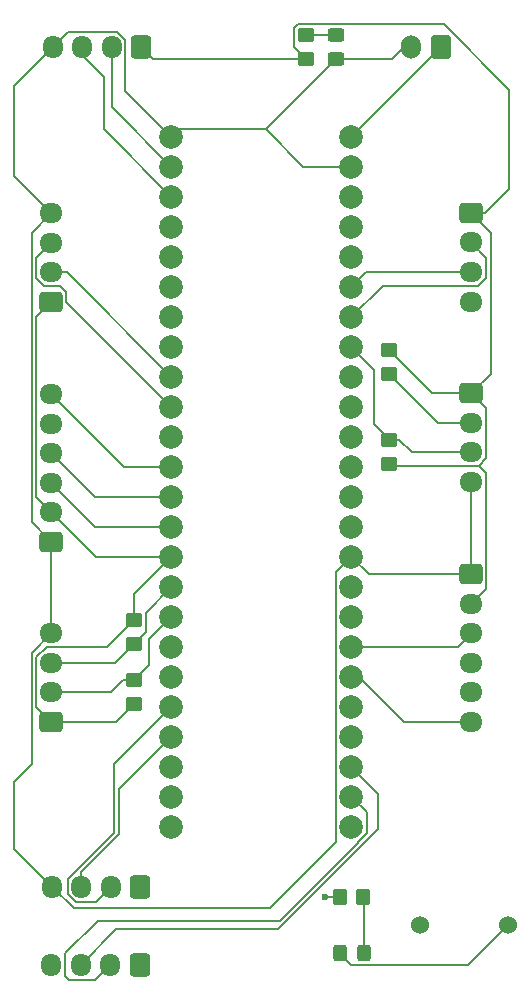
<source format=gbr>
%TF.GenerationSoftware,KiCad,Pcbnew,8.0.3*%
%TF.CreationDate,2024-09-30T00:23:01-04:00*%
%TF.ProjectId,mcu-board,6d63752d-626f-4617-9264-2e6b69636164,rev?*%
%TF.SameCoordinates,Original*%
%TF.FileFunction,Copper,L1,Top*%
%TF.FilePolarity,Positive*%
%FSLAX46Y46*%
G04 Gerber Fmt 4.6, Leading zero omitted, Abs format (unit mm)*
G04 Created by KiCad (PCBNEW 8.0.3) date 2024-09-30 00:23:01*
%MOMM*%
%LPD*%
G01*
G04 APERTURE LIST*
G04 Aperture macros list*
%AMRoundRect*
0 Rectangle with rounded corners*
0 $1 Rounding radius*
0 $2 $3 $4 $5 $6 $7 $8 $9 X,Y pos of 4 corners*
0 Add a 4 corners polygon primitive as box body*
4,1,4,$2,$3,$4,$5,$6,$7,$8,$9,$2,$3,0*
0 Add four circle primitives for the rounded corners*
1,1,$1+$1,$2,$3*
1,1,$1+$1,$4,$5*
1,1,$1+$1,$6,$7*
1,1,$1+$1,$8,$9*
0 Add four rect primitives between the rounded corners*
20,1,$1+$1,$2,$3,$4,$5,0*
20,1,$1+$1,$4,$5,$6,$7,0*
20,1,$1+$1,$6,$7,$8,$9,0*
20,1,$1+$1,$8,$9,$2,$3,0*%
G04 Aperture macros list end*
%TA.AperFunction,SMDPad,CuDef*%
%ADD10RoundRect,0.250000X0.350000X0.450000X-0.350000X0.450000X-0.350000X-0.450000X0.350000X-0.450000X0*%
%TD*%
%TA.AperFunction,SMDPad,CuDef*%
%ADD11RoundRect,0.250000X-0.325000X-0.450000X0.325000X-0.450000X0.325000X0.450000X-0.325000X0.450000X0*%
%TD*%
%TA.AperFunction,ComponentPad*%
%ADD12C,1.524000*%
%TD*%
%TA.AperFunction,ComponentPad*%
%ADD13RoundRect,0.250000X-0.725000X0.600000X-0.725000X-0.600000X0.725000X-0.600000X0.725000X0.600000X0*%
%TD*%
%TA.AperFunction,ComponentPad*%
%ADD14O,1.950000X1.700000*%
%TD*%
%TA.AperFunction,SMDPad,CuDef*%
%ADD15RoundRect,0.250000X-0.450000X0.350000X-0.450000X-0.350000X0.450000X-0.350000X0.450000X0.350000X0*%
%TD*%
%TA.AperFunction,ComponentPad*%
%ADD16RoundRect,0.250000X0.600000X0.725000X-0.600000X0.725000X-0.600000X-0.725000X0.600000X-0.725000X0*%
%TD*%
%TA.AperFunction,ComponentPad*%
%ADD17O,1.700000X1.950000*%
%TD*%
%TA.AperFunction,ComponentPad*%
%ADD18RoundRect,0.250000X0.600000X0.750000X-0.600000X0.750000X-0.600000X-0.750000X0.600000X-0.750000X0*%
%TD*%
%TA.AperFunction,ComponentPad*%
%ADD19O,1.700000X2.000000*%
%TD*%
%TA.AperFunction,ComponentPad*%
%ADD20RoundRect,0.250000X0.725000X-0.600000X0.725000X0.600000X-0.725000X0.600000X-0.725000X-0.600000X0*%
%TD*%
%TA.AperFunction,SMDPad,CuDef*%
%ADD21RoundRect,0.250000X0.450000X-0.350000X0.450000X0.350000X-0.450000X0.350000X-0.450000X-0.350000X0*%
%TD*%
%TA.AperFunction,ComponentPad*%
%ADD22C,2.000000*%
%TD*%
%TA.AperFunction,SMDPad,CuDef*%
%ADD23RoundRect,0.250000X0.450000X-0.325000X0.450000X0.325000X-0.450000X0.325000X-0.450000X-0.325000X0*%
%TD*%
%TA.AperFunction,ViaPad*%
%ADD24C,0.600000*%
%TD*%
%TA.AperFunction,Conductor*%
%ADD25C,0.200000*%
%TD*%
G04 APERTURE END LIST*
D10*
%TO.P,R6,1*%
%TO.N,Net-(D2-A)*%
X173750000Y-106250000D03*
%TO.P,R6,2*%
%TO.N,Net-(R6-Pad2)*%
X171750000Y-106250000D03*
%TD*%
D11*
%TO.P,D2,1,K*%
%TO.N,GND*%
X171725000Y-111000000D03*
%TO.P,D2,2,A*%
%TO.N,Net-(D2-A)*%
X173775000Y-111000000D03*
%TD*%
D12*
%TO.P,BZ1,1,+*%
%TO.N,Net-(BZ1-+)*%
X178500000Y-108600000D03*
%TO.P,BZ1,2,-*%
%TO.N,GND*%
X186000000Y-108600000D03*
%TD*%
D13*
%TO.P,J8,1,Pin_1*%
%TO.N,GND*%
X182880000Y-78940000D03*
D14*
%TO.P,J8,2,Pin_2*%
%TO.N,+3.3V*%
X182880000Y-81440000D03*
%TO.P,J8,3,Pin_3*%
%TO.N,/MISO1*%
X182880000Y-83940000D03*
%TO.P,J8,4,Pin_4*%
%TO.N,/MOSI1*%
X182880000Y-86440000D03*
%TO.P,J8,5,Pin_5*%
%TO.N,/SCK1*%
X182880000Y-88940000D03*
%TO.P,J8,6,Pin_6*%
%TO.N,/CS1*%
X182880000Y-91440000D03*
%TD*%
D15*
%TO.P,R4,1*%
%TO.N,+3.3V*%
X154305000Y-82820000D03*
%TO.P,R4,2*%
%TO.N,/SCL2*%
X154305000Y-84820000D03*
%TD*%
D13*
%TO.P,J5,1,Pin_1*%
%TO.N,+3.3V*%
X182880000Y-48340000D03*
D14*
%TO.P,J5,2,Pin_2*%
%TO.N,/RX5*%
X182880000Y-50840000D03*
%TO.P,J5,3,Pin_3*%
%TO.N,/TX5*%
X182880000Y-53340000D03*
%TO.P,J5,4,Pin_4*%
%TO.N,GND*%
X182880000Y-55840000D03*
%TD*%
D16*
%TO.P,J3,1,Pin_1*%
%TO.N,+3.3V*%
X154940000Y-34290000D03*
D17*
%TO.P,J3,2,Pin_2*%
%TO.N,/RX1*%
X152440000Y-34290000D03*
%TO.P,J3,3,Pin_3*%
%TO.N,/TX1*%
X149940000Y-34290000D03*
%TO.P,J3,4,Pin_4*%
%TO.N,GND*%
X147440000Y-34290000D03*
%TD*%
D18*
%TO.P,J9,1,Pin_1*%
%TO.N,Net-(J9-Pin_1)*%
X180300000Y-34290000D03*
D19*
%TO.P,J9,2,Pin_2*%
%TO.N,GND*%
X177800000Y-34290000D03*
%TD*%
D13*
%TO.P,J1,1,Pin_1*%
%TO.N,+3.3V*%
X182880000Y-63620000D03*
D14*
%TO.P,J1,2,Pin_2*%
%TO.N,/SDA0*%
X182880000Y-66120000D03*
%TO.P,J1,3,Pin_3*%
%TO.N,/SCL0*%
X182880000Y-68620000D03*
%TO.P,J1,4,Pin_4*%
%TO.N,GND*%
X182880000Y-71120000D03*
%TD*%
D20*
%TO.P,J2,1,Pin_1*%
%TO.N,+3.3V*%
X147320000Y-91440000D03*
D14*
%TO.P,J2,2,Pin_2*%
%TO.N,/SDA2*%
X147320000Y-88940000D03*
%TO.P,J2,3,Pin_3*%
%TO.N,/SCL2*%
X147320000Y-86440000D03*
%TO.P,J2,4,Pin_4*%
%TO.N,GND*%
X147320000Y-83940000D03*
%TD*%
D21*
%TO.P,R5,1*%
%TO.N,+3.3V*%
X168910000Y-35290000D03*
%TO.P,R5,2*%
%TO.N,Net-(D1-A)*%
X168910000Y-33290000D03*
%TD*%
D15*
%TO.P,R3,1*%
%TO.N,/SDA2*%
X154305000Y-87900000D03*
%TO.P,R3,2*%
%TO.N,+3.3V*%
X154305000Y-89900000D03*
%TD*%
D16*
%TO.P,J7,1,Pin_1*%
%TO.N,+3.3V*%
X154800000Y-112000000D03*
D17*
%TO.P,J7,2,Pin_2*%
%TO.N,/RX8*%
X152300000Y-112000000D03*
%TO.P,J7,3,Pin_3*%
%TO.N,/TX8*%
X149800000Y-112000000D03*
%TO.P,J7,4,Pin_4*%
%TO.N,GND*%
X147300000Y-112000000D03*
%TD*%
D21*
%TO.P,R1,1*%
%TO.N,/SDA0*%
X175895000Y-61960000D03*
%TO.P,R1,2*%
%TO.N,+3.3V*%
X175895000Y-59960000D03*
%TD*%
%TO.P,R2,1*%
%TO.N,+3.3V*%
X175895000Y-69580000D03*
%TO.P,R2,2*%
%TO.N,/SCL0*%
X175895000Y-67580000D03*
%TD*%
D16*
%TO.P,J6,1,Pin_1*%
%TO.N,+3.3V*%
X154860000Y-105400000D03*
D17*
%TO.P,J6,2,Pin_2*%
%TO.N,/RX7*%
X152360000Y-105400000D03*
%TO.P,J6,3,Pin_3*%
%TO.N,/TX7*%
X149860000Y-105400000D03*
%TO.P,J6,4,Pin_4*%
%TO.N,GND*%
X147360000Y-105400000D03*
%TD*%
D20*
%TO.P,J10,1,Pin_1*%
%TO.N,GND*%
X147320000Y-76200000D03*
D14*
%TO.P,J10,2,Pin_2*%
%TO.N,+3.3V*%
X147320000Y-73700000D03*
%TO.P,J10,3,Pin_3*%
%TO.N,/MISO0*%
X147320000Y-71200000D03*
%TO.P,J10,4,Pin_4*%
%TO.N,/MOSI0*%
X147320000Y-68700000D03*
%TO.P,J10,5,Pin_5*%
%TO.N,/SCK0*%
X147320000Y-66200000D03*
%TO.P,J10,6,Pin_6*%
%TO.N,/CS0*%
X147320000Y-63700000D03*
%TD*%
D22*
%TO.P,Teensy4.2,0,GND*%
%TO.N,GND*%
X157480000Y-41910000D03*
%TO.P,Teensy4.2,1,RX1*%
%TO.N,/RX1*%
X157480000Y-44450000D03*
%TO.P,Teensy4.2,2,TX1*%
%TO.N,/TX1*%
X157480000Y-46990000D03*
%TO.P,Teensy4.2,3,PWM*%
%TO.N,unconnected-(Teensy4.2-PWM-Pad3)*%
X157480000Y-49530000D03*
%TO.P,Teensy4.2,4,PWM*%
%TO.N,unconnected-(Teensy4.2-PWM-Pad4)*%
X157480000Y-52070000D03*
%TO.P,Teensy4.2,5,PWM*%
%TO.N,unconnected-(Teensy4.2-PWM-Pad5)*%
X157480000Y-54610000D03*
%TO.P,Teensy4.2,6,PWM*%
%TO.N,unconnected-(Teensy4.2-PWM-Pad6)*%
X157480000Y-57150000D03*
%TO.P,Teensy4.2,7,PWM*%
%TO.N,unconnected-(Teensy4.2-PWM-Pad7)*%
X157480000Y-59690000D03*
%TO.P,Teensy4.2,8,RX2*%
%TO.N,/RX2*%
X157480000Y-62230000D03*
%TO.P,Teensy4.2,9,TX2*%
%TO.N,/TX2*%
X157480000Y-64770000D03*
%TO.P,Teensy4.2,10,PWM*%
%TO.N,unconnected-(Teensy4.2-PWM-Pad10)*%
X157480000Y-67310000D03*
%TO.P,Teensy4.2,11,CS*%
%TO.N,/CS0*%
X157480000Y-69850000D03*
%TO.P,Teensy4.2,12,MOSI*%
%TO.N,/MOSI0*%
X157480000Y-72390000D03*
%TO.P,Teensy4.2,13,MISO*%
%TO.N,/MISO0*%
X157480000Y-74930000D03*
%TO.P,Teensy4.2,14,3.3V*%
%TO.N,+3.3V*%
X157480000Y-77470000D03*
%TO.P,Teensy4.2,15,SCL2*%
%TO.N,/SCL2*%
X157480000Y-80010000D03*
%TO.P,Teensy4.2,16,SDA2*%
%TO.N,/SDA2*%
X157480000Y-82550000D03*
%TO.P,Teensy4.2,17,MOSI1*%
%TO.N,/MOSI1*%
X157480000Y-85090000D03*
%TO.P,Teensy4.2,18,SCK1*%
%TO.N,/SCK1*%
X157480000Y-87630000D03*
%TO.P,Teensy4.2,19,RX7*%
%TO.N,/RX7*%
X157480000Y-90170000D03*
%TO.P,Teensy4.2,20,TX7*%
%TO.N,/TX7*%
X157480000Y-92710000D03*
%TO.P,Teensy4.2,21,GPIO*%
%TO.N,unconnected-(Teensy4.2-GPIO-Pad21)*%
X157480000Y-95250000D03*
%TO.P,Teensy4.2,22,GPIO*%
%TO.N,unconnected-(Teensy4.2-GPIO-Pad22)*%
X157480000Y-97790000D03*
%TO.P,Teensy4.2,23,GPIO*%
%TO.N,Net-(R6-Pad2)*%
X157480000Y-100330000D03*
%TO.P,Teensy4.2,24,PWM*%
%TO.N,Net-(BZ1-+)*%
X172720000Y-100330000D03*
%TO.P,Teensy4.2,25,RX8*%
%TO.N,/RX8*%
X172720000Y-97790000D03*
%TO.P,Teensy4.2,26,TX8*%
%TO.N,/TX8*%
X172720000Y-95250000D03*
%TO.P,Teensy4.2,27,PWM*%
%TO.N,unconnected-(Teensy4.2-PWM-Pad27)*%
X172720000Y-92710000D03*
%TO.P,Teensy4.2,28,PWM*%
%TO.N,unconnected-(Teensy4.2-PWM-Pad28)*%
X172720000Y-90170000D03*
%TO.P,Teensy4.2,29,CS1*%
%TO.N,/CS1*%
X172720000Y-87630000D03*
%TO.P,Teensy4.2,30,MISO*%
%TO.N,/MISO1*%
X172720000Y-85090000D03*
%TO.P,Teensy4.2,31,A16*%
%TO.N,unconnected-(Teensy4.2-A16-Pad31)*%
X172720000Y-82550000D03*
%TO.P,Teensy4.2,32,A17*%
%TO.N,unconnected-(Teensy4.2-A17-Pad32)*%
X172720000Y-80010000D03*
%TO.P,Teensy4.2,33,GND*%
%TO.N,GND*%
X172720000Y-77470000D03*
%TO.P,Teensy4.2,34,SCK*%
%TO.N,/SCK0*%
X172720000Y-74930000D03*
%TO.P,Teensy4.2,35,A0*%
%TO.N,unconnected-(Teensy4.2-A0-Pad35)*%
X172720000Y-72390000D03*
%TO.P,Teensy4.2,36,A1*%
%TO.N,unconnected-(Teensy4.2-A1-Pad36)*%
X172720000Y-69850000D03*
%TO.P,Teensy4.2,37,A2*%
%TO.N,unconnected-(Teensy4.2-A2-Pad37)*%
X172720000Y-67310000D03*
%TO.P,Teensy4.2,38,A3*%
%TO.N,unconnected-(Teensy4.2-A3-Pad38)*%
X172720000Y-64770000D03*
%TO.P,Teensy4.2,39,SDA*%
%TO.N,/SDA0*%
X172720000Y-62230000D03*
%TO.P,Teensy4.2,40,SCL*%
%TO.N,/SCL0*%
X172720000Y-59690000D03*
%TO.P,Teensy4.2,41,TX5*%
%TO.N,/RX5*%
X172720000Y-57150000D03*
%TO.P,Teensy4.2,42,RX5*%
%TO.N,/TX5*%
X172720000Y-54610000D03*
%TO.P,Teensy4.2,43,PWM*%
%TO.N,unconnected-(Teensy4.2-PWM-Pad43)*%
X172720000Y-52070000D03*
%TO.P,Teensy4.2,44,PWM*%
%TO.N,unconnected-(Teensy4.2-PWM-Pad44)*%
X172720000Y-49530000D03*
%TO.P,Teensy4.2,45,3.3V*%
%TO.N,unconnected-(Teensy4.2-3.3V-Pad45)*%
X172720000Y-46990000D03*
%TO.P,Teensy4.2,46,GND*%
%TO.N,GND*%
X172720000Y-44450000D03*
%TO.P,Teensy4.2,47,Vin*%
%TO.N,Net-(J9-Pin_1)*%
X172720000Y-41910000D03*
%TD*%
D20*
%TO.P,J4,1,Pin_1*%
%TO.N,+3.3V*%
X147320000Y-55880000D03*
D14*
%TO.P,J4,2,Pin_2*%
%TO.N,/RX2*%
X147320000Y-53380000D03*
%TO.P,J4,3,Pin_3*%
%TO.N,/TX2*%
X147320000Y-50880000D03*
%TO.P,J4,4,Pin_4*%
%TO.N,GND*%
X147320000Y-48380000D03*
%TD*%
D23*
%TO.P,D1,1,K*%
%TO.N,GND*%
X171450000Y-35315000D03*
%TO.P,D1,2,A*%
%TO.N,Net-(D1-A)*%
X171450000Y-33265000D03*
%TD*%
D24*
%TO.N,Net-(R6-Pad2)*%
X170500000Y-106250000D03*
%TD*%
D25*
%TO.N,Net-(R6-Pad2)*%
X171750000Y-106250000D02*
X170500000Y-106250000D01*
%TO.N,GND*%
X182600000Y-112000000D02*
X186000000Y-108600000D01*
X172725000Y-112000000D02*
X182600000Y-112000000D01*
X171725000Y-111000000D02*
X172725000Y-112000000D01*
%TO.N,Net-(D2-A)*%
X173775000Y-106275000D02*
X173750000Y-106250000D01*
X173775000Y-111000000D02*
X173775000Y-106275000D01*
%TO.N,/RX8*%
X173258478Y-101630000D02*
X174020000Y-100868478D01*
X174020000Y-99090000D02*
X172720000Y-97790000D01*
X173258478Y-101675836D02*
X173258478Y-101630000D01*
X166684314Y-108250000D02*
X173258478Y-101675836D01*
X148500000Y-111000000D02*
X151250000Y-108250000D01*
X151250000Y-108250000D02*
X166684314Y-108250000D01*
X148826346Y-113275000D02*
X148500000Y-112948654D01*
X151025000Y-113275000D02*
X148826346Y-113275000D01*
X148500000Y-112948654D02*
X148500000Y-111000000D01*
X174020000Y-100868478D02*
X174020000Y-99090000D01*
X152300000Y-112000000D02*
X151025000Y-113275000D01*
%TO.N,/TX8*%
X175000000Y-100500000D02*
X175000000Y-97530000D01*
X166500000Y-109000000D02*
X175000000Y-100500000D01*
X175000000Y-97530000D02*
X172720000Y-95250000D01*
X152800000Y-109000000D02*
X166500000Y-109000000D01*
X149800000Y-112000000D02*
X152800000Y-109000000D01*
%TO.N,GND*%
X171420000Y-78770000D02*
X172720000Y-77470000D01*
X165800000Y-107200000D02*
X171420000Y-101580000D01*
X149200000Y-107200000D02*
X165800000Y-107200000D01*
X171420000Y-101580000D02*
X171420000Y-78770000D01*
X147400000Y-105400000D02*
X149200000Y-107200000D01*
X147360000Y-105400000D02*
X147400000Y-105400000D01*
%TO.N,/SCL0*%
X174600000Y-66200000D02*
X174600000Y-61600000D01*
X175895000Y-67580000D02*
X176800000Y-67580000D01*
X172720000Y-59720000D02*
X172720000Y-59690000D01*
X177840000Y-68620000D02*
X182880000Y-68620000D01*
X175895000Y-67580000D02*
X175895000Y-67495000D01*
X174600000Y-61600000D02*
X172720000Y-59720000D01*
X175895000Y-67495000D02*
X174600000Y-66200000D01*
X176800000Y-67580000D02*
X177840000Y-68620000D01*
%TO.N,GND*%
X147320000Y-83940000D02*
X147320000Y-76200000D01*
X144145000Y-37585000D02*
X144145000Y-45205000D01*
X148715000Y-33015000D02*
X152916346Y-33015000D01*
X168665000Y-44450000D02*
X165490000Y-41275000D01*
X172720000Y-44450000D02*
X168665000Y-44450000D01*
X152916346Y-33015000D02*
X153590000Y-33688654D01*
X158115000Y-41275000D02*
X165490000Y-41275000D01*
X144145000Y-45205000D02*
X147320000Y-48380000D01*
X147440000Y-34290000D02*
X144145000Y-37585000D01*
X177165000Y-34290000D02*
X177800000Y-34290000D01*
X145645000Y-85615000D02*
X145645000Y-95020000D01*
X147320000Y-76200000D02*
X145645000Y-74525000D01*
X182880000Y-78940000D02*
X174190000Y-78940000D01*
X182880000Y-78940000D02*
X182880000Y-71120000D01*
X165490000Y-41275000D02*
X171450000Y-35315000D01*
X153590000Y-33688654D02*
X153590000Y-38020000D01*
X145645000Y-74525000D02*
X145645000Y-50055000D01*
X157480000Y-41910000D02*
X158115000Y-41275000D01*
X174190000Y-78940000D02*
X172720000Y-77470000D01*
X144145000Y-96520000D02*
X144145000Y-102185000D01*
X171450000Y-35315000D02*
X176140000Y-35315000D01*
X147440000Y-34290000D02*
X148715000Y-33015000D01*
X153590000Y-38020000D02*
X157480000Y-41910000D01*
X145645000Y-50055000D02*
X147320000Y-48380000D01*
X147320000Y-83940000D02*
X145645000Y-85615000D01*
X176140000Y-35315000D02*
X177165000Y-34290000D01*
X144145000Y-102185000D02*
X147360000Y-105400000D01*
X145645000Y-95020000D02*
X144145000Y-96520000D01*
%TO.N,/SDA0*%
X180055000Y-66120000D02*
X175895000Y-61960000D01*
X182880000Y-66120000D02*
X180055000Y-66120000D01*
%TO.N,+3.3V*%
X168910000Y-35290000D02*
X167910000Y-34290000D01*
X183515000Y-69736346D02*
X184155000Y-69096346D01*
X184555000Y-50015000D02*
X182880000Y-48340000D01*
X167910000Y-34290000D02*
X167910000Y-32705256D01*
X154305000Y-80645000D02*
X157480000Y-77470000D01*
X147320000Y-91440000D02*
X152765000Y-91440000D01*
X184070000Y-48340000D02*
X182880000Y-48340000D01*
X146918654Y-85090000D02*
X152035000Y-85090000D01*
X184155000Y-69096346D02*
X184155000Y-64895000D01*
X184155000Y-64895000D02*
X182880000Y-63620000D01*
X155940000Y-35290000D02*
X154940000Y-34290000D01*
X146045000Y-85963654D02*
X146918654Y-85090000D01*
X152765000Y-91440000D02*
X154305000Y-89900000D01*
X151090000Y-77470000D02*
X147320000Y-73700000D01*
X168910000Y-35290000D02*
X155940000Y-35290000D01*
X182880000Y-63620000D02*
X179555000Y-63620000D01*
X147320000Y-73700000D02*
X146045000Y-72425000D01*
X182880000Y-81440000D02*
X184155000Y-80165000D01*
X157480000Y-77470000D02*
X151090000Y-77470000D01*
X146045000Y-57155000D02*
X147320000Y-55880000D01*
X183481346Y-69770000D02*
X183515000Y-69736346D01*
X176085000Y-69770000D02*
X183481346Y-69770000D01*
X175895000Y-69580000D02*
X176085000Y-69770000D01*
X186055000Y-37910256D02*
X186055000Y-46355000D01*
X180529744Y-32385000D02*
X186055000Y-37910256D01*
X186055000Y-46355000D02*
X184070000Y-48340000D01*
X184555000Y-61945000D02*
X184555000Y-50015000D01*
X182880000Y-63620000D02*
X184555000Y-61945000D01*
X152035000Y-85090000D02*
X154305000Y-82820000D01*
X147320000Y-91440000D02*
X146045000Y-90165000D01*
X168230256Y-32385000D02*
X180529744Y-32385000D01*
X179555000Y-63620000D02*
X175895000Y-59960000D01*
X184155000Y-70376346D02*
X183515000Y-69736346D01*
X154305000Y-82820000D02*
X154305000Y-80645000D01*
X184155000Y-80165000D02*
X184155000Y-70376346D01*
X167910000Y-32705256D02*
X168230256Y-32385000D01*
X146045000Y-72425000D02*
X146045000Y-57155000D01*
X146045000Y-90165000D02*
X146045000Y-85963654D01*
%TO.N,/SDA2*%
X154305000Y-87900000D02*
X153400000Y-87900000D01*
X155575000Y-86630000D02*
X154305000Y-87900000D01*
X155575000Y-84455000D02*
X155575000Y-86630000D01*
X157480000Y-82550000D02*
X155575000Y-84455000D01*
X152360000Y-88940000D02*
X147320000Y-88940000D01*
X153400000Y-87900000D02*
X152360000Y-88940000D01*
%TO.N,/SCL2*%
X157480000Y-80010000D02*
X155305000Y-82185000D01*
X155305000Y-82185000D02*
X155305000Y-83820000D01*
X155305000Y-83820000D02*
X154305000Y-84820000D01*
X147320000Y-86440000D02*
X152685000Y-86440000D01*
X152685000Y-86440000D02*
X154305000Y-84820000D01*
%TO.N,/TX1*%
X151765000Y-36830000D02*
X149940000Y-35005000D01*
X157480000Y-46990000D02*
X151765000Y-41275000D01*
X151765000Y-41275000D02*
X151765000Y-36830000D01*
X149940000Y-35005000D02*
X149940000Y-34290000D01*
%TO.N,/RX1*%
X152440000Y-39410000D02*
X152440000Y-34290000D01*
X157480000Y-44450000D02*
X152440000Y-39410000D01*
%TO.N,/TX2*%
X146718654Y-54530000D02*
X146045000Y-53856346D01*
X148595000Y-55885000D02*
X148595000Y-55045256D01*
X148595000Y-55045256D02*
X148079744Y-54530000D01*
X146045000Y-52155000D02*
X147320000Y-50880000D01*
X148079744Y-54530000D02*
X146718654Y-54530000D01*
X157480000Y-64770000D02*
X148595000Y-55885000D01*
X146045000Y-53856346D02*
X146045000Y-52155000D01*
%TO.N,/RX2*%
X148630000Y-53380000D02*
X147320000Y-53380000D01*
X157480000Y-62230000D02*
X148630000Y-53380000D01*
%TO.N,/TX5*%
X173990000Y-53340000D02*
X172720000Y-54610000D01*
X182880000Y-53340000D02*
X173990000Y-53340000D01*
%TO.N,/RX5*%
X175380000Y-54490000D02*
X183481346Y-54490000D01*
X184155000Y-52115000D02*
X182880000Y-50840000D01*
X183481346Y-54490000D02*
X184155000Y-53816346D01*
X172720000Y-57150000D02*
X175380000Y-54490000D01*
X184155000Y-53816346D02*
X184155000Y-52115000D01*
%TO.N,/RX7*%
X149383654Y-106675000D02*
X151085000Y-106675000D01*
X152635000Y-100799314D02*
X148710000Y-104724314D01*
X157480000Y-90170000D02*
X152635000Y-95015000D01*
X151085000Y-106675000D02*
X152360000Y-105400000D01*
X148710000Y-106001346D02*
X149383654Y-106675000D01*
X152635000Y-95015000D02*
X152635000Y-100799314D01*
X148710000Y-104724314D02*
X148710000Y-106001346D01*
%TO.N,/TX7*%
X153035000Y-100965000D02*
X149860000Y-104140000D01*
X157480000Y-92710000D02*
X153035000Y-97155000D01*
X153035000Y-97155000D02*
X153035000Y-100965000D01*
X149860000Y-104140000D02*
X149860000Y-105400000D01*
%TO.N,/MISO1*%
X172720000Y-85090000D02*
X181730000Y-85090000D01*
X181730000Y-85090000D02*
X182880000Y-83940000D01*
%TO.N,/CS1*%
X172720000Y-87630000D02*
X173355000Y-87630000D01*
X173355000Y-87630000D02*
X177165000Y-91440000D01*
X177165000Y-91440000D02*
X182880000Y-91440000D01*
%TO.N,/MOSI0*%
X157480000Y-72390000D02*
X151010000Y-72390000D01*
X151010000Y-72390000D02*
X147320000Y-68700000D01*
%TO.N,/MISO0*%
X157480000Y-74930000D02*
X151050000Y-74930000D01*
X151050000Y-74930000D02*
X147320000Y-71200000D01*
%TO.N,/CS0*%
X157480000Y-69850000D02*
X153470000Y-69850000D01*
X153470000Y-69850000D02*
X147320000Y-63700000D01*
%TO.N,Net-(D1-A)*%
X168910000Y-33290000D02*
X171425000Y-33290000D01*
X171425000Y-33290000D02*
X171450000Y-33265000D01*
%TO.N,Net-(J9-Pin_1)*%
X180300000Y-34330000D02*
X180300000Y-34290000D01*
X172720000Y-41910000D02*
X180300000Y-34330000D01*
%TD*%
M02*

</source>
